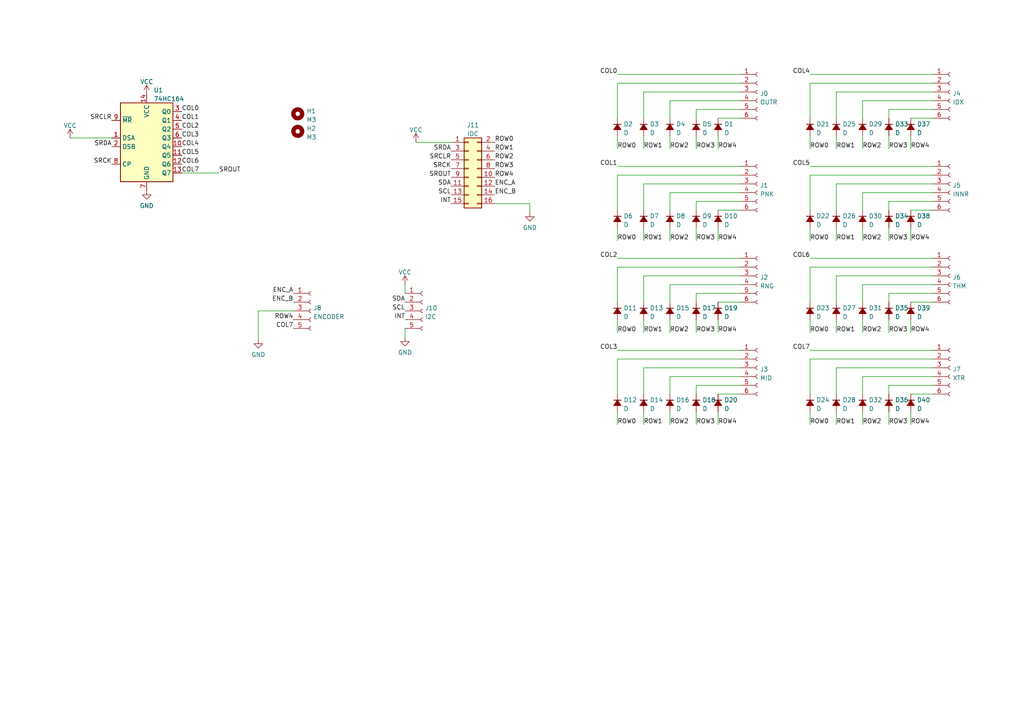
<source format=kicad_sch>
(kicad_sch (version 20211123) (generator eeschema)
  (paper "A4")
  (lib_symbols
    (symbol "74xx:74HC164"
      (property "Reference" "U" (at 1.905 -13.97 0))
      (property "Value" "74HC164" (at 1.905 -16.51 0))
      (symbol "74HC164_0_1"
        (rectangle (start 7.62 10.16) (end -7.62 -12.7) (stroke (width 0.254)) (fill (type background)))
      )
      (symbol "74HC164_1_1"
        (pin input line (at -10.16 0 0) (length 2.54) (name "DSA") (number "1"))
        (pin output line (at 10.16 -2.54 180) (length 2.54) (name "Q4") (number "10"))
        (pin output line (at 10.16 -5.08 180) (length 2.54) (name "Q5") (number "11"))
        (pin output line (at 10.16 -7.62 180) (length 2.54) (name "Q6") (number "12"))
        (pin output line (at 10.16 -10.16 180) (length 2.54) (name "Q7") (number "13"))
        (pin power_in line (at 0 12.7 270) (length 2.54) (name "VCC") (number "14"))
        (pin input line (at -10.16 -2.54 0) (length 2.54) (name "DSB") (number "2"))
        (pin output line (at 10.16 7.62 180) (length 2.54) (name "Q0") (number "3"))
        (pin output line (at 10.16 5.08 180) (length 2.54) (name "Q1") (number "4"))
        (pin output line (at 10.16 2.54 180) (length 2.54) (name "Q2") (number "5"))
        (pin output line (at 10.16 0 180) (length 2.54) (name "Q3") (number "6"))
        (pin power_in line (at 0 -15.24 90) (length 2.54) (name "GND") (number "7"))
        (pin input line (at -10.16 -7.62 0) (length 2.54) (name "CP") (number "8"))
        (pin input line (at -10.16 5.08 0) (length 2.54) (name "~{MR}") (number "9"))
      )
    )
    (symbol "Connector:Conn_01x05_Female" (pin_names (offset 1.016) hide)
      (property "Reference" "J" (at 0 7.62 0))
      (property "Value" "Conn_01x05_Female" (at 0 -7.62 0))
      (symbol "Conn_01x05_Female_1_1"
        (arc (start 0 -4.572) (mid -0.508 -5.08) (end 0 -5.588) (stroke (width 0.1524)))
        (arc (start 0 -2.032) (mid -0.508 -2.54) (end 0 -3.048) (stroke (width 0.1524)))
        (polyline (pts (xy -1.27 -5.08) (xy -0.508 -5.08)) (stroke (width 0.1524)))
        (polyline (pts (xy -1.27 -2.54) (xy -0.508 -2.54)) (stroke (width 0.1524)))
        (polyline (pts (xy -1.27 0) (xy -0.508 0)) (stroke (width 0.1524)))
        (polyline (pts (xy -1.27 2.54) (xy -0.508 2.54)) (stroke (width 0.1524)))
        (polyline (pts (xy -1.27 5.08) (xy -0.508 5.08)) (stroke (width 0.1524)))
        (arc (start 0 0.508) (mid -0.508 0) (end 0 -0.508) (stroke (width 0.1524)))
        (arc (start 0 3.048) (mid -0.508 2.54) (end 0 2.032) (stroke (width 0.1524)))
        (arc (start 0 5.588) (mid -0.508 5.08) (end 0 4.572) (stroke (width 0.1524)))
        (pin passive line (at -5.08 5.08 0) (length 3.81) (name "Pin_1") (number "1"))
        (pin passive line (at -5.08 2.54 0) (length 3.81) (name "Pin_2") (number "2"))
        (pin passive line (at -5.08 0 0) (length 3.81) (name "Pin_3") (number "3"))
        (pin passive line (at -5.08 -2.54 0) (length 3.81) (name "Pin_4") (number "4"))
        (pin passive line (at -5.08 -5.08 0) (length 3.81) (name "Pin_5") (number "5"))
      )
    )
    (symbol "Connector:Conn_01x06_Female" (pin_names (offset 1.016) hide)
      (property "Reference" "J" (at 0 7.62 0))
      (property "Value" "Conn_01x06_Female" (at 0 -10.16 0))
      (symbol "Conn_01x06_Female_1_1"
        (arc (start 0 -7.112) (mid -0.508 -7.62) (end 0 -8.128) (stroke (width 0.1524)))
        (arc (start 0 -4.572) (mid -0.508 -5.08) (end 0 -5.588) (stroke (width 0.1524)))
        (arc (start 0 -2.032) (mid -0.508 -2.54) (end 0 -3.048) (stroke (width 0.1524)))
        (polyline (pts (xy -1.27 -7.62) (xy -0.508 -7.62)) (stroke (width 0.1524)))
        (polyline (pts (xy -1.27 -5.08) (xy -0.508 -5.08)) (stroke (width 0.1524)))
        (polyline (pts (xy -1.27 -2.54) (xy -0.508 -2.54)) (stroke (width 0.1524)))
        (polyline (pts (xy -1.27 0) (xy -0.508 0)) (stroke (width 0.1524)))
        (polyline (pts (xy -1.27 2.54) (xy -0.508 2.54)) (stroke (width 0.1524)))
        (polyline (pts (xy -1.27 5.08) (xy -0.508 5.08)) (stroke (width 0.1524)))
        (arc (start 0 0.508) (mid -0.508 0) (end 0 -0.508) (stroke (width 0.1524)))
        (arc (start 0 3.048) (mid -0.508 2.54) (end 0 2.032) (stroke (width 0.1524)))
        (arc (start 0 5.588) (mid -0.508 5.08) (end 0 4.572) (stroke (width 0.1524)))
        (pin passive line (at -5.08 5.08 0) (length 3.81) (name "Pin_1") (number "1"))
        (pin passive line (at -5.08 2.54 0) (length 3.81) (name "Pin_2") (number "2"))
        (pin passive line (at -5.08 0 0) (length 3.81) (name "Pin_3") (number "3"))
        (pin passive line (at -5.08 -2.54 0) (length 3.81) (name "Pin_4") (number "4"))
        (pin passive line (at -5.08 -5.08 0) (length 3.81) (name "Pin_5") (number "5"))
        (pin passive line (at -5.08 -7.62 0) (length 3.81) (name "Pin_6") (number "6"))
      )
    )
    (symbol "Connector_Generic:Conn_02x08_Odd_Even" (pin_names (offset 1.016) hide)
      (property "Reference" "J" (at 1.27 10.16 0))
      (property "Value" "Conn_02x08_Odd_Even" (at 1.27 -12.7 0))
      (symbol "Conn_02x08_Odd_Even_1_1"
        (rectangle (start -1.27 -10.033) (end 0 -10.287) (stroke (width 0.1524)))
        (rectangle (start -1.27 -7.493) (end 0 -7.747) (stroke (width 0.1524)))
        (rectangle (start -1.27 -4.953) (end 0 -5.207) (stroke (width 0.1524)))
        (rectangle (start -1.27 -2.413) (end 0 -2.667) (stroke (width 0.1524)))
        (rectangle (start -1.27 0.127) (end 0 -0.127) (stroke (width 0.1524)))
        (rectangle (start -1.27 2.667) (end 0 2.413) (stroke (width 0.1524)))
        (rectangle (start -1.27 5.207) (end 0 4.953) (stroke (width 0.1524)))
        (rectangle (start -1.27 7.747) (end 0 7.493) (stroke (width 0.1524)))
        (rectangle (start -1.27 8.89) (end 3.81 -11.43) (stroke (width 0.254)) (fill (type background)))
        (rectangle (start 3.81 -10.033) (end 2.54 -10.287) (stroke (width 0.1524)))
        (rectangle (start 3.81 -7.493) (end 2.54 -7.747) (stroke (width 0.1524)))
        (rectangle (start 3.81 -4.953) (end 2.54 -5.207) (stroke (width 0.1524)))
        (rectangle (start 3.81 -2.413) (end 2.54 -2.667) (stroke (width 0.1524)))
        (rectangle (start 3.81 0.127) (end 2.54 -0.127) (stroke (width 0.1524)))
        (rectangle (start 3.81 2.667) (end 2.54 2.413) (stroke (width 0.1524)))
        (rectangle (start 3.81 5.207) (end 2.54 4.953) (stroke (width 0.1524)))
        (rectangle (start 3.81 7.747) (end 2.54 7.493) (stroke (width 0.1524)))
        (pin passive line (at -5.08 7.62 0) (length 3.81) (name "Pin_1") (number "1"))
        (pin passive line (at 7.62 -2.54 180) (length 3.81) (name "Pin_10") (number "10"))
        (pin passive line (at -5.08 -5.08 0) (length 3.81) (name "Pin_11") (number "11"))
        (pin passive line (at 7.62 -5.08 180) (length 3.81) (name "Pin_12") (number "12"))
        (pin passive line (at -5.08 -7.62 0) (length 3.81) (name "Pin_13") (number "13"))
        (pin passive line (at 7.62 -7.62 180) (length 3.81) (name "Pin_14") (number "14"))
        (pin passive line (at -5.08 -10.16 0) (length 3.81) (name "Pin_15") (number "15"))
        (pin passive line (at 7.62 -10.16 180) (length 3.81) (name "Pin_16") (number "16"))
        (pin passive line (at 7.62 7.62 180) (length 3.81) (name "Pin_2") (number "2"))
        (pin passive line (at -5.08 5.08 0) (length 3.81) (name "Pin_3") (number "3"))
        (pin passive line (at 7.62 5.08 180) (length 3.81) (name "Pin_4") (number "4"))
        (pin passive line (at -5.08 2.54 0) (length 3.81) (name "Pin_5") (number "5"))
        (pin passive line (at 7.62 2.54 180) (length 3.81) (name "Pin_6") (number "6"))
        (pin passive line (at -5.08 0 0) (length 3.81) (name "Pin_7") (number "7"))
        (pin passive line (at 7.62 0 180) (length 3.81) (name "Pin_8") (number "8"))
        (pin passive line (at -5.08 -2.54 0) (length 3.81) (name "Pin_9") (number "9"))
      )
    )
    (symbol "Device:D_Small_Filled" (pin_numbers hide) (pin_names (offset 0.254) hide)
      (property "Reference" "D" (at -1.27 2.032 0))
      (property "Value" "D_Small_Filled" (at -3.81 -2.032 0))
      (symbol "D_Small_Filled_0_1"
        (polyline (pts (xy -0.762 -1.016) (xy -0.762 1.016)) (stroke (width 0.254)))
        (polyline (pts (xy -0.762 0) (xy 0.762 0)))
        (polyline (pts (xy 0.762 -1.016) (xy -0.762 0) (xy 0.762 1.016) (xy 0.762 -1.016)) (stroke (width 0.254)) (fill (type outline)))
      )
      (symbol "D_Small_Filled_1_1"
        (pin passive line (at -2.54 0 0) (length 1.778) (name "K") (number "1"))
        (pin passive line (at 2.54 0 180) (length 1.778) (name "A") (number "2"))
      )
    )
    (symbol "Mechanical:MountingHole" (pin_names (offset 1.016))
      (property "Reference" "H" (at 0 5.08 0))
      (property "Value" "MountingHole" (at 0 3.175 0))
      (symbol "MountingHole_0_1"
        (circle (center 0 0) (radius 1.27) (stroke (width 1.27)))
      )
    )
    (symbol "power:GND" (power) (pin_names (offset 0))
      (property "Value" "GND" (at 0 -3.81 0))
      (symbol "GND_0_1"
        (polyline (pts (xy 0 0) (xy 0 -1.27) (xy 1.27 -1.27) (xy 0 -2.54) (xy -1.27 -1.27) (xy 0 -1.27)))
      )
      (symbol "GND_1_1"
        (pin power_in line (at 0 0 270) (length 0) hide (name "GND") (number "1"))
      )
    )
    (symbol "power:VCC" (power) (pin_names (offset 0))
      (property "Value" "VCC" (at 0 3.81 0))
      (symbol "VCC_0_1"
        (polyline (pts (xy -0.762 1.27) (xy 0 2.54)))
        (polyline (pts (xy 0 0) (xy 0 2.54)))
        (polyline (pts (xy 0 2.54) (xy 0.762 1.27)))
      )
      (symbol "VCC_1_1"
        (pin power_in line (at 0 0 90) (length 0) hide (name "VCC") (number "1"))
      )
    )
  )
  (wire (pts (xy 201.93 119.38) (xy 201.93 123.19)))
  (wire (pts (xy 186.69 39.37) (xy 186.69 43.18)))
  (wire (pts (xy 257.81 31.75) (xy 257.81 34.29)))
  (wire (pts (xy 270.51 106.68) (xy 242.57 106.68)))
  (wire (pts (xy 264.16 66.04) (xy 264.16 69.85)))
  (wire (pts (xy 214.63 31.75) (xy 201.93 31.75)))
  (wire (pts (xy 186.69 53.34) (xy 186.69 60.96)))
  (wire (pts (xy 250.19 66.04) (xy 250.19 69.85)))
  (wire (pts (xy 270.51 55.88) (xy 250.19 55.88)))
  (wire (pts (xy 194.31 109.22) (xy 194.31 114.3)))
  (wire (pts (xy 208.28 92.71) (xy 208.28 96.52)))
  (wire (pts (xy 270.51 77.47) (xy 234.95 77.47)))
  (wire (pts (xy 186.69 80.01) (xy 186.69 87.63)))
  (wire (pts (xy 153.67 59.055) (xy 143.51 59.055)))
  (wire (pts (xy 194.31 66.04) (xy 194.31 69.85)))
  (wire (pts (xy 250.19 39.37) (xy 250.19 43.18)))
  (wire (pts (xy 179.07 39.37) (xy 179.07 43.18)))
  (wire (pts (xy 250.19 55.88) (xy 250.19 60.96)))
  (wire (pts (xy 234.95 101.6) (xy 270.51 101.6)))
  (wire (pts (xy 214.63 55.88) (xy 194.31 55.88)))
  (wire (pts (xy 250.19 119.38) (xy 250.19 123.19)))
  (wire (pts (xy 270.51 50.8) (xy 234.95 50.8)))
  (wire (pts (xy 179.07 104.14) (xy 179.07 114.3)))
  (wire (pts (xy 242.57 26.67) (xy 242.57 34.29)))
  (wire (pts (xy 270.51 82.55) (xy 250.19 82.55)))
  (wire (pts (xy 214.63 58.42) (xy 201.93 58.42)))
  (wire (pts (xy 250.19 29.21) (xy 250.19 34.29)))
  (wire (pts (xy 270.51 85.09) (xy 257.81 85.09)))
  (wire (pts (xy 264.16 92.71) (xy 264.16 96.52)))
  (wire (pts (xy 74.93 90.17) (xy 74.93 98.425)))
  (wire (pts (xy 264.16 87.63) (xy 270.51 87.63)))
  (wire (pts (xy 179.07 77.47) (xy 179.07 87.63)))
  (wire (pts (xy 234.95 39.37) (xy 234.95 43.18)))
  (wire (pts (xy 201.93 58.42) (xy 201.93 60.96)))
  (wire (pts (xy 179.07 101.6) (xy 214.63 101.6)))
  (wire (pts (xy 270.51 31.75) (xy 257.81 31.75)))
  (wire (pts (xy 242.57 66.04) (xy 242.57 69.85)))
  (wire (pts (xy 186.69 119.38) (xy 186.69 123.19)))
  (wire (pts (xy 257.81 66.04) (xy 257.81 69.85)))
  (wire (pts (xy 214.63 29.21) (xy 194.31 29.21)))
  (wire (pts (xy 201.93 111.76) (xy 201.93 114.3)))
  (wire (pts (xy 250.19 109.22) (xy 250.19 114.3)))
  (wire (pts (xy 214.63 111.76) (xy 201.93 111.76)))
  (wire (pts (xy 234.95 119.38) (xy 234.95 123.19)))
  (wire (pts (xy 234.95 104.14) (xy 234.95 114.3)))
  (wire (pts (xy 201.93 66.04) (xy 201.93 69.85)))
  (wire (pts (xy 242.57 53.34) (xy 242.57 60.96)))
  (wire (pts (xy 186.69 26.67) (xy 186.69 34.29)))
  (wire (pts (xy 234.95 74.93) (xy 270.51 74.93)))
  (wire (pts (xy 250.19 82.55) (xy 250.19 87.63)))
  (wire (pts (xy 194.31 29.21) (xy 194.31 34.29)))
  (wire (pts (xy 270.51 80.01) (xy 242.57 80.01)))
  (wire (pts (xy 186.69 106.68) (xy 186.69 114.3)))
  (wire (pts (xy 194.31 39.37) (xy 194.31 43.18)))
  (wire (pts (xy 194.31 119.38) (xy 194.31 123.19)))
  (wire (pts (xy 264.16 119.38) (xy 264.16 123.19)))
  (wire (pts (xy 179.07 21.59) (xy 214.63 21.59)))
  (wire (pts (xy 270.51 26.67) (xy 242.57 26.67)))
  (wire (pts (xy 20.32 40.005) (xy 32.385 40.005)))
  (wire (pts (xy 52.705 50.165) (xy 63.5 50.165)))
  (wire (pts (xy 201.93 31.75) (xy 201.93 34.29)))
  (wire (pts (xy 234.95 24.13) (xy 234.95 34.29)))
  (wire (pts (xy 179.07 48.26) (xy 214.63 48.26)))
  (wire (pts (xy 214.63 80.01) (xy 186.69 80.01)))
  (wire (pts (xy 270.51 111.76) (xy 257.81 111.76)))
  (wire (pts (xy 257.81 85.09) (xy 257.81 87.63)))
  (wire (pts (xy 208.28 60.96) (xy 214.63 60.96)))
  (wire (pts (xy 214.63 26.67) (xy 186.69 26.67)))
  (wire (pts (xy 214.63 50.8) (xy 179.07 50.8)))
  (wire (pts (xy 214.63 82.55) (xy 194.31 82.55)))
  (wire (pts (xy 194.31 55.88) (xy 194.31 60.96)))
  (wire (pts (xy 257.81 58.42) (xy 257.81 60.96)))
  (wire (pts (xy 208.28 114.3) (xy 214.63 114.3)))
  (wire (pts (xy 194.31 82.55) (xy 194.31 87.63)))
  (wire (pts (xy 234.95 50.8) (xy 234.95 60.96)))
  (wire (pts (xy 242.57 119.38) (xy 242.57 123.19)))
  (wire (pts (xy 194.31 92.71) (xy 194.31 96.52)))
  (wire (pts (xy 270.51 104.14) (xy 234.95 104.14)))
  (wire (pts (xy 214.63 85.09) (xy 201.93 85.09)))
  (wire (pts (xy 264.16 60.96) (xy 270.51 60.96)))
  (wire (pts (xy 270.51 53.34) (xy 242.57 53.34)))
  (wire (pts (xy 242.57 80.01) (xy 242.57 87.63)))
  (wire (pts (xy 208.28 66.04) (xy 208.28 69.85)))
  (wire (pts (xy 130.81 41.275) (xy 120.65 41.275)))
  (wire (pts (xy 208.28 119.38) (xy 208.28 123.19)))
  (wire (pts (xy 179.07 74.93) (xy 214.63 74.93)))
  (wire (pts (xy 179.07 92.71) (xy 179.07 96.52)))
  (wire (pts (xy 234.95 66.04) (xy 234.95 69.85)))
  (wire (pts (xy 257.81 119.38) (xy 257.81 123.19)))
  (wire (pts (xy 270.51 29.21) (xy 250.19 29.21)))
  (wire (pts (xy 85.09 90.17) (xy 74.93 90.17)))
  (wire (pts (xy 257.81 92.71) (xy 257.81 96.52)))
  (wire (pts (xy 179.07 24.13) (xy 179.07 34.29)))
  (wire (pts (xy 264.16 39.37) (xy 264.16 43.18)))
  (wire (pts (xy 257.81 39.37) (xy 257.81 43.18)))
  (wire (pts (xy 179.07 119.38) (xy 179.07 123.19)))
  (wire (pts (xy 234.95 92.71) (xy 234.95 96.52)))
  (wire (pts (xy 208.28 87.63) (xy 214.63 87.63)))
  (wire (pts (xy 208.28 39.37) (xy 208.28 43.18)))
  (wire (pts (xy 264.16 114.3) (xy 270.51 114.3)))
  (wire (pts (xy 242.57 39.37) (xy 242.57 43.18)))
  (wire (pts (xy 214.63 53.34) (xy 186.69 53.34)))
  (wire (pts (xy 201.93 92.71) (xy 201.93 96.52)))
  (wire (pts (xy 214.63 104.14) (xy 179.07 104.14)))
  (wire (pts (xy 257.81 111.76) (xy 257.81 114.3)))
  (wire (pts (xy 201.93 85.09) (xy 201.93 87.63)))
  (wire (pts (xy 186.69 92.71) (xy 186.69 96.52)))
  (wire (pts (xy 234.95 21.59) (xy 270.51 21.59)))
  (wire (pts (xy 242.57 106.68) (xy 242.57 114.3)))
  (wire (pts (xy 250.19 92.71) (xy 250.19 96.52)))
  (wire (pts (xy 179.07 50.8) (xy 179.07 60.96)))
  (wire (pts (xy 214.63 106.68) (xy 186.69 106.68)))
  (wire (pts (xy 179.07 66.04) (xy 179.07 69.85)))
  (wire (pts (xy 214.63 77.47) (xy 179.07 77.47)))
  (wire (pts (xy 270.51 109.22) (xy 250.19 109.22)))
  (wire (pts (xy 214.63 109.22) (xy 194.31 109.22)))
  (wire (pts (xy 242.57 92.71) (xy 242.57 96.52)))
  (wire (pts (xy 153.67 61.595) (xy 153.67 59.055)))
  (wire (pts (xy 201.93 39.37) (xy 201.93 43.18)))
  (wire (pts (xy 234.95 77.47) (xy 234.95 87.63)))
  (wire (pts (xy 234.95 48.26) (xy 270.51 48.26)))
  (wire (pts (xy 117.475 95.25) (xy 117.475 97.79)))
  (wire (pts (xy 270.51 24.13) (xy 234.95 24.13)))
  (wire (pts (xy 270.51 58.42) (xy 257.81 58.42)))
  (wire (pts (xy 208.28 34.29) (xy 214.63 34.29)))
  (wire (pts (xy 117.475 82.55) (xy 117.475 85.09)))
  (wire (pts (xy 214.63 24.13) (xy 179.07 24.13)))
  (wire (pts (xy 186.69 66.04) (xy 186.69 69.85)))
  (wire (pts (xy 264.16 34.29) (xy 270.51 34.29)))
  (label "SROUT" (at 130.81 51.435 180))
  (label "ROW4" (at 85.09 92.71 180))
  (label "COL7" (at 52.705 50.165 0))
  (label "ROW4" (at 264.16 123.19 0))
  (label "ENC_A" (at 85.09 85.09 180))
  (label "ROW1" (at 242.57 69.85 0))
  (label "COL2" (at 52.705 37.465 0))
  (label "ROW4" (at 264.16 96.52 0))
  (label "SCL" (at 130.81 56.515 180))
  (label "ROW2" (at 194.31 43.18 0))
  (label "COL2" (at 179.07 74.93 180))
  (label "COL1" (at 179.07 48.26 180))
  (label "SDA" (at 117.475 87.63 180))
  (label "ROW4" (at 208.28 123.19 0))
  (label "ROW2" (at 194.31 69.85 0))
  (label "ROW3" (at 201.93 43.18 0))
  (label "ROW4" (at 208.28 96.52 0))
  (label "SRCK" (at 130.81 48.895 180))
  (label "ROW4" (at 208.28 69.85 0))
  (label "ROW0" (at 234.95 123.19 0))
  (label "ROW0" (at 179.07 96.52 0))
  (label "ROW0" (at 234.95 96.52 0))
  (label "COL4" (at 52.705 42.545 0))
  (label "SROUT" (at 63.5 50.165 0))
  (label "SRCLR" (at 32.385 34.925 180))
  (label "SRCLR" (at 130.81 46.355 180))
  (label "ROW0" (at 234.95 43.18 0))
  (label "COL3" (at 179.07 101.6 180))
  (label "ROW1" (at 143.51 43.815 0))
  (label "ROW3" (at 257.81 43.18 0))
  (label "ROW2" (at 143.51 46.355 0))
  (label "COL0" (at 52.705 32.385 0))
  (label "ROW3" (at 143.51 48.895 0))
  (label "COL7" (at 234.95 101.6 180))
  (label "ROW0" (at 179.07 69.85 0))
  (label "COL1" (at 52.705 34.925 0))
  (label "ROW1" (at 242.57 96.52 0))
  (label "ROW1" (at 242.57 43.18 0))
  (label "COL5" (at 234.95 48.26 180))
  (label "ROW4" (at 264.16 43.18 0))
  (label "SRCK" (at 32.385 47.625 180))
  (label "COL5" (at 52.705 45.085 0))
  (label "COL7" (at 85.09 95.25 180))
  (label "ROW0" (at 179.07 123.19 0))
  (label "INT" (at 117.475 92.71 180))
  (label "ROW1" (at 186.69 123.19 0))
  (label "ROW1" (at 242.57 123.19 0))
  (label "ROW4" (at 208.28 43.18 0))
  (label "COL6" (at 52.705 47.625 0))
  (label "ROW2" (at 250.19 123.19 0))
  (label "ROW4" (at 143.51 51.435 0))
  (label "ROW0" (at 179.07 43.18 0))
  (label "ROW3" (at 257.81 69.85 0))
  (label "COL0" (at 179.07 21.59 180))
  (label "ENC_A" (at 143.51 53.975 0))
  (label "COL3" (at 52.705 40.005 0))
  (label "ROW1" (at 186.69 69.85 0))
  (label "ROW0" (at 143.51 41.275 0))
  (label "ROW3" (at 257.81 123.19 0))
  (label "ROW3" (at 201.93 123.19 0))
  (label "ROW0" (at 234.95 69.85 0))
  (label "ROW2" (at 250.19 69.85 0))
  (label "ROW2" (at 250.19 96.52 0))
  (label "ROW2" (at 194.31 123.19 0))
  (label "ENC_B" (at 143.51 56.515 0))
  (label "SRDA" (at 32.385 42.545 180))
  (label "ROW4" (at 264.16 69.85 0))
  (label "ROW1" (at 186.69 43.18 0))
  (label "ROW3" (at 257.81 96.52 0))
  (label "COL6" (at 234.95 74.93 180))
  (label "ROW2" (at 194.31 96.52 0))
  (label "SRDA" (at 130.81 43.815 180))
  (label "SCL" (at 117.475 90.17 180))
  (label "COL4" (at 234.95 21.59 180))
  (label "INT" (at 130.81 59.055 180))
  (label "SDA" (at 130.81 53.975 180))
  (label "ROW2" (at 250.19 43.18 0))
  (label "ROW3" (at 201.93 96.52 0))
  (label "ENC_B" (at 85.09 87.63 180))
  (label "ROW1" (at 186.69 96.52 0))
  (label "ROW3" (at 201.93 69.85 0))
  (symbol (lib_id "power:GND") (at 153.67 61.595 0) (unit 1)
    (property "Reference" "#PWR0101" (effects hide))
    (property "Value" "GND" (at 153.67 66.0384 0))
  )
  (symbol (lib_id "Connector:Conn_01x06_Female") (at 219.71 53.34 0) (unit 1)
    (property "Reference" "J1" (at 220.4212 53.7753 0) (effects (justify left)))
    (property "Value" "PNK" (at 220.4212 56.3122 0) (effects (justify left)))
    (property "Footprint" "Connector_JST:JST_PH_B6B-PH-K_1x06_P2.00mm_Vertical" (effects hide))
  )
  (symbol (lib_id "Device:D_Small_Filled") (at 242.57 116.84 270) (unit 1)
    (property "Reference" "D28" (at 244.348 116.0053 90) (effects (justify left)))
    (property "Value" "D" (at 244.348 118.5422 90) (effects (justify left)))
    (property "Footprint" "Diode_SMD:D_SOD-523" (effects hide))
  )
  (symbol (lib_id "Device:D_Small_Filled") (at 201.93 90.17 270) (unit 1)
    (property "Reference" "D17" (at 203.708 89.3353 90) (effects (justify left)))
    (property "Value" "D" (at 203.708 91.8722 90) (effects (justify left)))
    (property "Footprint" "Diode_SMD:D_SOD-523" (effects hide))
  )
  (symbol (lib_id "Device:D_Small_Filled") (at 201.93 36.83 270) (unit 1)
    (property "Reference" "D5" (at 203.708 35.9953 90) (effects (justify left)))
    (property "Value" "D" (at 203.708 38.5322 90) (effects (justify left)))
    (property "Footprint" "Diode_SMD:D_SOD-523" (effects hide))
  )
  (symbol (lib_id "Connector:Conn_01x06_Female") (at 219.71 26.67 0) (unit 1)
    (property "Reference" "J0" (at 220.4212 27.1053 0) (effects (justify left)))
    (property "Value" "OUTR" (at 220.4212 29.6422 0) (effects (justify left)))
    (property "Footprint" "Connector_JST:JST_PH_B6B-PH-K_1x06_P2.00mm_Vertical" (effects hide))
  )
  (symbol (lib_id "Device:D_Small_Filled") (at 194.31 63.5 270) (unit 1)
    (property "Reference" "D8" (at 196.088 62.6653 90) (effects (justify left)))
    (property "Value" "D" (at 196.088 65.2022 90) (effects (justify left)))
    (property "Footprint" "Diode_SMD:D_SOD-523" (effects hide))
  )
  (symbol (lib_id "Connector:Conn_01x06_Female") (at 275.59 106.68 0) (unit 1)
    (property "Reference" "J7" (at 276.3012 107.1153 0) (effects (justify left)))
    (property "Value" "XTR" (at 276.3012 109.6522 0) (effects (justify left)))
    (property "Footprint" "Connector_JST:JST_PH_B6B-PH-K_1x06_P2.00mm_Vertical" (effects hide))
  )
  (symbol (lib_id "Connector_Generic:Conn_02x08_Odd_Even") (at 135.89 48.895 0) (unit 1)
    (property "Reference" "J11" (at 137.16 36.3052 0))
    (property "Value" "IDC" (at 137.16 38.8421 0))
    (property "Footprint" "Connector_IDC:IDC-Header_2x08_P2.54mm_Vertical" (effects hide))
  )
  (symbol (lib_id "power:GND") (at 74.93 98.425 0) (unit 1)
    (property "Reference" "#PWR01" (effects hide))
    (property "Value" "GND" (at 74.93 102.8684 0))
  )
  (symbol (lib_id "Device:D_Small_Filled") (at 242.57 36.83 270) (unit 1)
    (property "Reference" "D25" (at 244.348 35.9953 90) (effects (justify left)))
    (property "Value" "D" (at 244.348 38.5322 90) (effects (justify left)))
    (property "Footprint" "Diode_SMD:D_SOD-523" (effects hide))
  )
  (symbol (lib_id "Connector:Conn_01x06_Female") (at 219.71 80.01 0) (unit 1)
    (property "Reference" "J2" (at 220.4212 80.4453 0) (effects (justify left)))
    (property "Value" "RNG" (at 220.4212 82.9822 0) (effects (justify left)))
    (property "Footprint" "Connector_JST:JST_PH_B6B-PH-K_1x06_P2.00mm_Vertical" (effects hide))
  )
  (symbol (lib_id "Device:D_Small_Filled") (at 264.16 116.84 270) (unit 1)
    (property "Reference" "D40" (at 265.938 116.0053 90) (effects (justify left)))
    (property "Value" "D" (at 265.938 118.5422 90) (effects (justify left)))
    (property "Footprint" "Diode_SMD:D_SOD-523" (effects hide))
  )
  (symbol (lib_id "Device:D_Small_Filled") (at 257.81 63.5 270) (unit 1)
    (property "Reference" "D34" (at 259.588 62.6653 90) (effects (justify left)))
    (property "Value" "D" (at 259.588 65.2022 90) (effects (justify left)))
    (property "Footprint" "Diode_SMD:D_SOD-523" (effects hide))
  )
  (symbol (lib_id "Mechanical:MountingHole") (at 86.36 38.1 0) (unit 1)
    (property "Reference" "H2" (at 88.9 37.2653 0) (effects (justify left)))
    (property "Value" "M3" (at 88.9 39.8022 0) (effects (justify left)))
    (property "Footprint" "MountingHole:MountingHole_3.2mm_M3" (effects hide))
  )
  (symbol (lib_id "Connector:Conn_01x06_Female") (at 219.71 106.68 0) (unit 1)
    (property "Reference" "J3" (at 220.4212 107.1153 0) (effects (justify left)))
    (property "Value" "MID" (at 220.4212 109.6522 0) (effects (justify left)))
    (property "Footprint" "Connector_JST:JST_PH_B6B-PH-K_1x06_P2.00mm_Vertical" (effects hide))
  )
  (symbol (lib_id "Device:D_Small_Filled") (at 208.28 63.5 270) (unit 1)
    (property "Reference" "D10" (at 210.058 62.6653 90) (effects (justify left)))
    (property "Value" "D" (at 210.058 65.2022 90) (effects (justify left)))
    (property "Footprint" "Diode_SMD:D_SOD-523" (effects hide))
  )
  (symbol (lib_id "Device:D_Small_Filled") (at 250.19 90.17 270) (unit 1)
    (property "Reference" "D31" (at 251.968 89.3353 90) (effects (justify left)))
    (property "Value" "D" (at 251.968 91.8722 90) (effects (justify left)))
    (property "Footprint" "Diode_SMD:D_SOD-523" (effects hide))
  )
  (symbol (lib_id "Device:D_Small_Filled") (at 250.19 116.84 270) (unit 1)
    (property "Reference" "D32" (at 251.968 116.0053 90) (effects (justify left)))
    (property "Value" "D" (at 251.968 118.5422 90) (effects (justify left)))
    (property "Footprint" "Diode_SMD:D_SOD-523" (effects hide))
  )
  (symbol (lib_id "Device:D_Small_Filled") (at 257.81 116.84 270) (unit 1)
    (property "Reference" "D36" (at 259.588 116.0053 90) (effects (justify left)))
    (property "Value" "D" (at 259.588 118.5422 90) (effects (justify left)))
    (property "Footprint" "Diode_SMD:D_SOD-523" (effects hide))
  )
  (symbol (lib_id "Device:D_Small_Filled") (at 250.19 63.5 270) (unit 1)
    (property "Reference" "D30" (at 251.968 62.6653 90) (effects (justify left)))
    (property "Value" "D" (at 251.968 65.2022 90) (effects (justify left)))
    (property "Footprint" "Diode_SMD:D_SOD-523" (effects hide))
  )
  (symbol (lib_id "Device:D_Small_Filled") (at 242.57 63.5 270) (unit 1)
    (property "Reference" "D26" (at 244.348 62.6653 90) (effects (justify left)))
    (property "Value" "D" (at 244.348 65.2022 90) (effects (justify left)))
    (property "Footprint" "Diode_SMD:D_SOD-523" (effects hide))
  )
  (symbol (lib_id "Device:D_Small_Filled") (at 179.07 36.83 270) (unit 1)
    (property "Reference" "D2" (at 180.848 35.9953 90) (effects (justify left)))
    (property "Value" "D" (at 180.848 38.5322 90) (effects (justify left)))
    (property "Footprint" "Diode_SMD:D_SOD-523" (effects hide))
  )
  (symbol (lib_id "Connector:Conn_01x05_Female") (at 90.17 90.17 0) (unit 1)
    (property "Reference" "J8" (at 90.8812 89.3353 0) (effects (justify left)))
    (property "Value" "ENCODER" (at 90.8812 91.8722 0) (effects (justify left)))
    (property "Footprint" "Connector_JST:JST_PH_B5B-PH-K_1x05_P2.00mm_Vertical" (effects hide))
  )
  (symbol (lib_id "Device:D_Small_Filled") (at 208.28 36.83 270) (unit 1)
    (property "Reference" "D1" (at 210.058 35.9953 90) (effects (justify left)))
    (property "Value" "D" (at 210.058 38.5322 90) (effects (justify left)))
    (property "Footprint" "Diode_SMD:D_SOD-523" (effects hide))
  )
  (symbol (lib_id "Device:D_Small_Filled") (at 242.57 90.17 270) (unit 1)
    (property "Reference" "D27" (at 244.348 89.3353 90) (effects (justify left)))
    (property "Value" "D" (at 244.348 91.8722 90) (effects (justify left)))
    (property "Footprint" "Diode_SMD:D_SOD-523" (effects hide))
  )
  (symbol (lib_id "Device:D_Small_Filled") (at 257.81 36.83 270) (unit 1)
    (property "Reference" "D33" (at 259.588 35.9953 90) (effects (justify left)))
    (property "Value" "D" (at 259.588 38.5322 90) (effects (justify left)))
    (property "Footprint" "Diode_SMD:D_SOD-523" (effects hide))
  )
  (symbol (lib_id "Device:D_Small_Filled") (at 194.31 90.17 270) (unit 1)
    (property "Reference" "D15" (at 196.088 89.3353 90) (effects (justify left)))
    (property "Value" "D" (at 196.088 91.8722 90) (effects (justify left)))
    (property "Footprint" "Diode_SMD:D_SOD-523" (effects hide))
  )
  (symbol (lib_id "Device:D_Small_Filled") (at 250.19 36.83 270) (unit 1)
    (property "Reference" "D29" (at 251.968 35.9953 90) (effects (justify left)))
    (property "Value" "D" (at 251.968 38.5322 90) (effects (justify left)))
    (property "Footprint" "Diode_SMD:D_SOD-523" (effects hide))
  )
  (symbol (lib_id "power:VCC") (at 42.545 27.305 0) (unit 1)
    (property "Reference" "#PWR0104" (effects hide))
    (property "Value" "VCC" (at 42.545 23.7292 0))
  )
  (symbol (lib_id "Device:D_Small_Filled") (at 186.69 90.17 270) (unit 1)
    (property "Reference" "D13" (at 188.468 89.3353 90) (effects (justify left)))
    (property "Value" "D" (at 188.468 91.8722 90) (effects (justify left)))
    (property "Footprint" "Diode_SMD:D_SOD-523" (effects hide))
  )
  (symbol (lib_id "Device:D_Small_Filled") (at 179.07 116.84 270) (unit 1)
    (property "Reference" "D12" (at 180.848 116.0053 90) (effects (justify left)))
    (property "Value" "D" (at 180.848 118.5422 90) (effects (justify left)))
    (property "Footprint" "Diode_SMD:D_SOD-523" (effects hide))
  )
  (symbol (lib_id "Device:D_Small_Filled") (at 257.81 90.17 270) (unit 1)
    (property "Reference" "D35" (at 259.588 89.3353 90) (effects (justify left)))
    (property "Value" "D" (at 259.588 91.8722 90) (effects (justify left)))
    (property "Footprint" "Diode_SMD:D_SOD-523" (effects hide))
  )
  (symbol (lib_id "Connector:Conn_01x06_Female") (at 275.59 80.01 0) (unit 1)
    (property "Reference" "J6" (at 276.3012 80.4453 0) (effects (justify left)))
    (property "Value" "THM" (at 276.3012 82.9822 0) (effects (justify left)))
    (property "Footprint" "Connector_JST:JST_PH_B6B-PH-K_1x06_P2.00mm_Vertical" (effects hide))
  )
  (symbol (lib_id "Device:D_Small_Filled") (at 179.07 90.17 270) (unit 1)
    (property "Reference" "D11" (at 180.848 89.3353 90) (effects (justify left)))
    (property "Value" "D" (at 180.848 91.8722 90) (effects (justify left)))
    (property "Footprint" "Diode_SMD:D_SOD-523" (effects hide))
  )
  (symbol (lib_id "Device:D_Small_Filled") (at 234.95 36.83 270) (unit 1)
    (property "Reference" "D21" (at 236.728 35.9953 90) (effects (justify left)))
    (property "Value" "D" (at 236.728 38.5322 90) (effects (justify left)))
    (property "Footprint" "Diode_SMD:D_SOD-523" (effects hide))
  )
  (symbol (lib_id "power:GND") (at 42.545 55.245 0) (unit 1)
    (property "Reference" "#PWR0105" (effects hide))
    (property "Value" "GND" (at 42.545 59.6884 0))
  )
  (symbol (lib_id "Device:D_Small_Filled") (at 208.28 90.17 270) (unit 1)
    (property "Reference" "D19" (at 210.058 89.3353 90) (effects (justify left)))
    (property "Value" "D" (at 210.058 91.8722 90) (effects (justify left)))
    (property "Footprint" "Diode_SMD:D_SOD-523" (effects hide))
  )
  (symbol (lib_id "power:VCC") (at 120.65 41.275 0) (mirror y) (unit 1)
    (property "Reference" "#PWR0102" (effects hide))
    (property "Value" "VCC" (at 120.65 37.6992 0))
  )
  (symbol (lib_id "Device:D_Small_Filled") (at 186.69 63.5 270) (unit 1)
    (property "Reference" "D7" (at 188.468 62.6653 90) (effects (justify left)))
    (property "Value" "D" (at 188.468 65.2022 90) (effects (justify left)))
    (property "Footprint" "Diode_SMD:D_SOD-523" (effects hide))
  )
  (symbol (lib_id "power:VCC") (at 20.32 40.005 0) (unit 1)
    (property "Reference" "#PWR0103" (effects hide))
    (property "Value" "VCC" (at 20.32 36.4292 0))
  )
  (symbol (lib_id "Device:D_Small_Filled") (at 264.16 36.83 270) (unit 1)
    (property "Reference" "D37" (at 265.938 35.9953 90) (effects (justify left)))
    (property "Value" "D" (at 265.938 38.5322 90) (effects (justify left)))
    (property "Footprint" "Diode_SMD:D_SOD-523" (effects hide))
  )
  (symbol (lib_id "Device:D_Small_Filled") (at 234.95 63.5 270) (unit 1)
    (property "Reference" "D22" (at 236.728 62.6653 90) (effects (justify left)))
    (property "Value" "D" (at 236.728 65.2022 90) (effects (justify left)))
    (property "Footprint" "Diode_SMD:D_SOD-523" (effects hide))
  )
  (symbol (lib_id "Device:D_Small_Filled") (at 234.95 90.17 270) (unit 1)
    (property "Reference" "D23" (at 236.728 89.3353 90) (effects (justify left)))
    (property "Value" "D" (at 236.728 91.8722 90) (effects (justify left)))
    (property "Footprint" "Diode_SMD:D_SOD-523" (effects hide))
  )
  (symbol (lib_id "74xx:74HC164") (at 42.545 40.005 0) (unit 1)
    (property "Reference" "U1" (at 44.5644 26.1452 0) (effects (justify left)))
    (property "Value" "74HC164" (at 44.5644 28.6821 0) (effects (justify left)))
    (property "Footprint" "Package_DIP:DIP-14_W7.62mm_Socket" (effects hide))
    (property "Datasheet" "https://assets.nexperia.com/documents/data-sheet/74HC_HCT164.pdf" (effects hide))
  )
  (symbol (lib_id "Device:D_Small_Filled") (at 194.31 116.84 270) (unit 1)
    (property "Reference" "D16" (at 196.088 116.0053 90) (effects (justify left)))
    (property "Value" "D" (at 196.088 118.5422 90) (effects (justify left)))
    (property "Footprint" "Diode_SMD:D_SOD-523" (effects hide))
  )
  (symbol (lib_id "Connector:Conn_01x06_Female") (at 275.59 26.67 0) (unit 1)
    (property "Reference" "J4" (at 276.3012 27.1053 0) (effects (justify left)))
    (property "Value" "IDX" (at 276.3012 29.6422 0) (effects (justify left)))
    (property "Footprint" "Connector_JST:JST_PH_B6B-PH-K_1x06_P2.00mm_Vertical" (effects hide))
  )
  (symbol (lib_id "Device:D_Small_Filled") (at 264.16 63.5 270) (unit 1)
    (property "Reference" "D38" (at 265.938 62.6653 90) (effects (justify left)))
    (property "Value" "D" (at 265.938 65.2022 90) (effects (justify left)))
    (property "Footprint" "Diode_SMD:D_SOD-523" (effects hide))
  )
  (symbol (lib_id "Device:D_Small_Filled") (at 264.16 90.17 270) (unit 1)
    (property "Reference" "D39" (at 265.938 89.3353 90) (effects (justify left)))
    (property "Value" "D" (at 265.938 91.8722 90) (effects (justify left)))
    (property "Footprint" "Diode_SMD:D_SOD-523" (effects hide))
  )
  (symbol (lib_id "Device:D_Small_Filled") (at 194.31 36.83 270) (unit 1)
    (property "Reference" "D4" (at 196.088 35.9953 90) (effects (justify left)))
    (property "Value" "D" (at 196.088 38.5322 90) (effects (justify left)))
    (property "Footprint" "Diode_SMD:D_SOD-523" (effects hide))
  )
  (symbol (lib_id "Connector:Conn_01x05_Female") (at 122.555 90.17 0) (unit 1)
    (property "Reference" "J10" (at 123.2662 89.3353 0) (effects (justify left)))
    (property "Value" "I2C" (at 123.2662 91.8722 0) (effects (justify left)))
    (property "Footprint" "Connector_JST:JST_PH_B5B-PH-K_1x05_P2.00mm_Vertical" (effects hide))
  )
  (symbol (lib_id "Connector:Conn_01x06_Female") (at 275.59 53.34 0) (unit 1)
    (property "Reference" "J5" (at 276.3012 53.7753 0) (effects (justify left)))
    (property "Value" "INNR" (at 276.3012 56.3122 0) (effects (justify left)))
    (property "Footprint" "Connector_JST:JST_PH_B6B-PH-K_1x06_P2.00mm_Vertical" (effects hide))
  )
  (symbol (lib_id "Device:D_Small_Filled") (at 201.93 63.5 270) (unit 1)
    (property "Reference" "D9" (at 203.708 62.6653 90) (effects (justify left)))
    (property "Value" "D" (at 203.708 65.2022 90) (effects (justify left)))
    (property "Footprint" "Diode_SMD:D_SOD-523" (effects hide))
  )
  (symbol (lib_id "Device:D_Small_Filled") (at 201.93 116.84 270) (unit 1)
    (property "Reference" "D18" (at 203.708 116.0053 90) (effects (justify left)))
    (property "Value" "D" (at 203.708 118.5422 90) (effects (justify left)))
    (property "Footprint" "Diode_SMD:D_SOD-523" (effects hide))
  )
  (symbol (lib_id "power:VCC") (at 117.475 82.55 0) (unit 1)
    (property "Reference" "#PWR02" (effects hide))
    (property "Value" "VCC" (at 117.475 78.9742 0))
  )
  (symbol (lib_id "Device:D_Small_Filled") (at 186.69 36.83 270) (unit 1)
    (property "Reference" "D3" (at 188.468 35.9953 90) (effects (justify left)))
    (property "Value" "D" (at 188.468 38.5322 90) (effects (justify left)))
    (property "Footprint" "Diode_SMD:D_SOD-523" (effects hide))
  )
  (symbol (lib_id "Mechanical:MountingHole") (at 86.36 33.02 0) (unit 1)
    (property "Reference" "H1" (at 88.9 32.1853 0) (effects (justify left)))
    (property "Value" "M3" (at 88.9 34.7222 0) (effects (justify left)))
    (property "Footprint" "MountingHole:MountingHole_3.2mm_M3" (effects hide))
  )
  (symbol (lib_id "Device:D_Small_Filled") (at 179.07 63.5 270) (unit 1)
    (property "Reference" "D6" (at 180.848 62.6653 90) (effects (justify left)))
    (property "Value" "D" (at 180.848 65.2022 90) (effects (justify left)))
    (property "Footprint" "Diode_SMD:D_SOD-523" (effects hide))
  )
  (symbol (lib_id "Device:D_Small_Filled") (at 186.69 116.84 270) (unit 1)
    (property "Reference" "D14" (at 188.468 116.0053 90) (effects (justify left)))
    (property "Value" "D" (at 188.468 118.5422 90) (effects (justify left)))
    (property "Footprint" "Diode_SMD:D_SOD-523" (effects hide))
  )
  (symbol (lib_id "Device:D_Small_Filled") (at 208.28 116.84 270) (unit 1)
    (property "Reference" "D20" (at 210.058 116.0053 90) (effects (justify left)))
    (property "Value" "D" (at 210.058 118.5422 90) (effects (justify left)))
    (property "Footprint" "Diode_SMD:D_SOD-523" (effects hide))
  )
  (symbol (lib_id "Device:D_Small_Filled") (at 234.95 116.84 270) (unit 1)
    (property "Reference" "D24" (at 236.728 116.0053 90) (effects (justify left)))
    (property "Value" "D" (at 236.728 118.5422 90) (effects (justify left)))
    (property "Footprint" "Diode_SMD:D_SOD-523" (effects hide))
  )
  (symbol (lib_id "power:GND") (at 117.475 97.79 0) (unit 1)
    (property "Reference" "#PWR03" (effects hide))
    (property "Value" "GND" (at 117.475 102.2334 0))
  )
)
</source>
